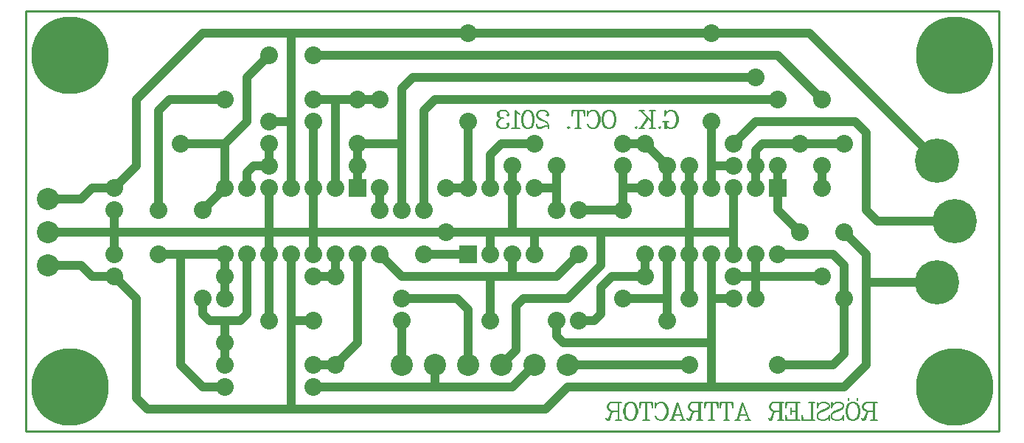
<source format=gbl>
%FSLAX23Y23*%
%MOIN*%
G70*
G01*
G75*
%ADD10C,0.080*%
%ADD11C,0.100*%
%ADD12C,0.200*%
%ADD13R,0.080X0.080*%
%ADD14C,0.350*%
%ADD15C,0.010*%
%ADD16C,0.040*%
%ADD17C,0.008*%
D10*
X11375Y8245D02*
D03*
Y8545D02*
D03*
X11175D02*
D03*
Y8245D02*
D03*
X10875Y8845D02*
D03*
Y8445D02*
D03*
X10275Y8045D02*
D03*
Y7845D02*
D03*
X10175Y7545D02*
D03*
Y8045D02*
D03*
X9775Y8845D02*
D03*
Y8445D02*
D03*
X9575Y7845D02*
D03*
Y8045D02*
D03*
X9375D02*
D03*
Y7845D02*
D03*
X9075Y8745D02*
D03*
X8875D02*
D03*
X8375Y8045D02*
D03*
Y7845D02*
D03*
X8175Y7745D02*
D03*
X11375Y8145D02*
D03*
X8175D02*
D03*
X9975Y8245D02*
D03*
X10175D02*
D03*
X9675Y8145D02*
D03*
Y7945D02*
D03*
X10775Y7645D02*
D03*
X10975D02*
D03*
Y8245D02*
D03*
X10775D02*
D03*
X8875Y7545D02*
D03*
X9075D02*
D03*
X8875Y8445D02*
D03*
X9075D02*
D03*
X10675Y8245D02*
D03*
X10475D02*
D03*
X8675Y7645D02*
D03*
Y7445D02*
D03*
X9275Y8345D02*
D03*
Y8545D02*
D03*
X9875Y7545D02*
D03*
X9475D02*
D03*
Y8045D02*
D03*
Y7645D02*
D03*
X8675Y7245D02*
D03*
X9075D02*
D03*
X11175Y7345D02*
D03*
X10775D02*
D03*
X10675Y7545D02*
D03*
X10275D02*
D03*
X10475Y8045D02*
D03*
Y7645D02*
D03*
X11075D02*
D03*
X11475D02*
D03*
X10575Y7745D02*
D03*
X10975D02*
D03*
X11375D02*
D03*
X10975Y8345D02*
D03*
X10575D02*
D03*
X11275Y7945D02*
D03*
Y8345D02*
D03*
X11475Y7945D02*
D03*
Y8345D02*
D03*
X11075Y8245D02*
D03*
Y8645D02*
D03*
X9175Y7745D02*
D03*
Y7345D02*
D03*
X8675Y7745D02*
D03*
X9075D02*
D03*
Y7345D02*
D03*
X8675D02*
D03*
X8875Y8345D02*
D03*
X8475D02*
D03*
X9275Y8245D02*
D03*
X8875D02*
D03*
X8675Y8545D02*
D03*
X9075D02*
D03*
X9375D02*
D03*
Y8145D02*
D03*
X9275Y7845D02*
D03*
X9175D02*
D03*
X9075D02*
D03*
X8975D02*
D03*
X8875D02*
D03*
X8775D02*
D03*
X8675D02*
D03*
Y8145D02*
D03*
X8775D02*
D03*
X8875D02*
D03*
X8975D02*
D03*
X9075D02*
D03*
X9175D02*
D03*
X9875Y7845D02*
D03*
X9975D02*
D03*
X10075D02*
D03*
Y8145D02*
D03*
X9975D02*
D03*
X9875D02*
D03*
X9775D02*
D03*
X11175Y7845D02*
D03*
X11075D02*
D03*
X10975D02*
D03*
X10875D02*
D03*
X10775D02*
D03*
X10675D02*
D03*
X10575D02*
D03*
Y8145D02*
D03*
X10675D02*
D03*
X10775D02*
D03*
X10875D02*
D03*
X10975D02*
D03*
X11075D02*
D03*
X8575Y7645D02*
D03*
Y8045D02*
D03*
X10475Y8345D02*
D03*
X10075D02*
D03*
X8175Y8045D02*
D03*
Y7845D02*
D03*
D11*
X10225Y7345D02*
D03*
X7875Y7945D02*
D03*
Y8095D02*
D03*
X9475Y7345D02*
D03*
X9625D02*
D03*
X9775D02*
D03*
X9925D02*
D03*
X10075D02*
D03*
X7875Y7795D02*
D03*
D12*
X11975Y7995D02*
D03*
X11895Y8270D02*
D03*
Y7720D02*
D03*
D13*
X9275Y8145D02*
D03*
X9775Y7845D02*
D03*
X11175Y8145D02*
D03*
D14*
X7975Y8745D02*
D03*
Y7245D02*
D03*
X11975D02*
D03*
Y8745D02*
D03*
D15*
X7775Y7045D02*
Y8945D01*
Y7045D02*
X12175D01*
Y8945D01*
X7775D02*
X12175D01*
D16*
X11575Y8045D02*
Y8395D01*
Y8045D02*
X11625Y7995D01*
X11975D01*
X8575Y8845D02*
X11320D01*
X10875Y8145D02*
Y8445D01*
X8975Y8145D02*
Y8845D01*
X10875Y8245D02*
X10975D01*
X8875Y8445D02*
X8975D01*
X11320Y8845D02*
X11895Y8270D01*
X9075Y8745D02*
X11175D01*
X11375Y8545D01*
X8775Y8445D02*
Y8645D01*
X8875Y8745D01*
X8275Y8545D02*
X8575Y8845D01*
X11375Y8145D02*
Y8245D01*
X9475Y8045D02*
Y8595D01*
X9275Y8345D02*
X9475D01*
X9525Y8645D02*
X11075D01*
X8675Y8345D02*
X8775Y8445D01*
X8475Y8345D02*
X8675D01*
X8575Y8045D02*
X8675Y8145D01*
Y8345D01*
X8375Y7845D02*
X8675D01*
X8475Y7345D02*
Y7845D01*
X8425Y8545D02*
X8675D01*
X9075D02*
X9375D01*
X8675Y7345D02*
Y7545D01*
X8605D02*
X8745D01*
X8575Y7575D02*
Y7645D01*
Y7575D02*
X8605Y7545D01*
X8775Y7575D02*
Y7845D01*
X8745Y7545D02*
X8775Y7575D01*
X10875Y7245D02*
Y7845D01*
X11575Y7345D02*
Y7845D01*
X10225Y7245D02*
X11475D01*
X10175Y8045D02*
Y8245D01*
X8975Y7145D02*
Y7845D01*
X8325Y7145D02*
X10125D01*
X11575Y7720D02*
X11895D01*
X10875Y7645D02*
X10975D01*
X10205Y7445D02*
X10875D01*
X10075Y8145D02*
X10175D01*
X8975Y7545D02*
X9075D01*
X10975Y7845D02*
Y8145D01*
X10775Y7645D02*
Y8245D01*
X9975Y7945D02*
Y8245D01*
X7875Y7945D02*
X10975D01*
X9075Y7845D02*
Y8445D01*
X8875Y7545D02*
Y8145D01*
X8175Y7845D02*
Y8045D01*
X10075Y7845D02*
Y7945D01*
X10375Y7795D02*
Y7945D01*
X9875Y7845D02*
Y7945D01*
X8675Y7645D02*
Y7845D01*
X9275Y7445D02*
Y7845D01*
X9175Y7345D02*
X9275Y7445D01*
X9075Y7345D02*
X9175D01*
Y7745D02*
Y7845D01*
X9075Y7745D02*
X9175D01*
X10675Y8145D02*
Y8245D01*
X11175Y8045D02*
X11275Y7945D01*
X10575Y7745D02*
Y7845D01*
X9775Y8145D02*
Y8445D01*
X10975Y8345D02*
X11075Y8445D01*
Y8315D02*
X11105Y8345D01*
X11475D01*
X11075Y8145D02*
Y8315D01*
X10475Y8345D02*
X10575D01*
X10675Y8245D01*
X9925Y8345D02*
X10075D01*
X9875Y8295D02*
X9925Y8345D01*
X9875Y8145D02*
Y8295D01*
X11075Y8445D02*
X11525D01*
X11575Y8395D01*
X9575Y8495D02*
X9625Y8545D01*
X9575Y8045D02*
Y8495D01*
X9625Y8545D02*
X11175D01*
X9675Y8145D02*
X9775D01*
X9575Y7845D02*
X9775D01*
X11175Y8045D02*
Y8245D01*
X9475Y8595D02*
X9525Y8645D01*
X9375Y7845D02*
X9475Y7745D01*
X8775Y8145D02*
Y8215D01*
X8805Y8245D02*
X8875D01*
X8775Y8215D02*
X8805Y8245D01*
X8875D02*
Y8345D01*
X9175Y8145D02*
Y8545D01*
X8375Y8495D02*
X8425Y8545D01*
X8375Y8045D02*
Y8495D01*
X7875Y8095D02*
X8025D01*
X8075Y8145D01*
X8175D01*
X8275Y8245D01*
Y8545D01*
X7875Y7795D02*
X8025D01*
X8075Y7745D01*
X8175D01*
X8275Y7645D01*
X8475Y7345D02*
X8575Y7245D01*
X8275Y7195D02*
X8325Y7145D01*
X8275Y7195D02*
Y7645D01*
X9975Y7245D02*
X10075Y7345D01*
X8575Y7245D02*
X8675D01*
X10475Y8145D02*
X10575D01*
X10475Y8045D02*
Y8245D01*
X10275Y8045D02*
X10475D01*
Y7645D02*
X10675D01*
Y7545D02*
Y7845D01*
X9475Y7345D02*
Y7545D01*
X9775Y7345D02*
Y7595D01*
X9725Y7645D02*
X9775Y7595D01*
X9475Y7645D02*
X9725D01*
X10225Y7345D02*
X10775D01*
X9625Y7245D02*
Y7345D01*
X9075Y7245D02*
X9975D01*
X9275Y8145D02*
Y8345D01*
X9375Y8045D02*
Y8145D01*
X11475Y7945D02*
X11575Y7845D01*
X11425D02*
X11475Y7795D01*
Y7395D02*
Y7795D01*
X11425Y7345D02*
X11475Y7395D01*
X11175Y7345D02*
X11425D01*
X11175Y7845D02*
X11425D01*
X10975Y7745D02*
X11375D01*
X11075Y7645D02*
Y7845D01*
X10175Y7745D02*
X10275Y7845D01*
X9875Y7545D02*
Y7745D01*
X9975D02*
Y7845D01*
X9475Y7745D02*
X10175D01*
Y7475D02*
X10205Y7445D01*
X10175Y7475D02*
Y7545D01*
X10375Y7695D02*
X10425Y7745D01*
X10345Y7545D02*
X10375Y7575D01*
X10275Y7545D02*
X10345D01*
X10425Y7745D02*
X10575D01*
X10375Y7575D02*
Y7695D01*
X10225Y7645D02*
X10375Y7795D01*
X9925Y7345D02*
X9992Y7412D01*
Y7612D02*
X10025Y7645D01*
X9992Y7412D02*
Y7612D01*
X10025Y7645D02*
X10225D01*
X10125Y7145D02*
X10225Y7245D01*
X11475D02*
X11575Y7345D01*
D17*
X11495Y7185D02*
Y7195D01*
X11535Y7185D02*
Y7195D01*
X11614Y7175D02*
Y7095D01*
X11610Y7175D02*
Y7095D01*
X11625Y7175D02*
X11579D01*
X11568Y7171D01*
X11564Y7167D01*
X11560Y7160D01*
Y7152D01*
X11564Y7145D01*
X11568Y7141D01*
X11579Y7137D01*
X11610D01*
X11579Y7175D02*
X11572Y7171D01*
X11568Y7167D01*
X11564Y7160D01*
Y7152D01*
X11568Y7145D01*
X11572Y7141D01*
X11579Y7137D01*
X11625Y7095D02*
X11598D01*
X11591Y7137D02*
X11583Y7133D01*
X11579Y7129D01*
X11568Y7103D01*
X11564Y7099D01*
X11560D01*
X11556Y7103D01*
X11583Y7133D02*
X11579Y7125D01*
X11572Y7099D01*
X11568Y7095D01*
X11560D01*
X11556Y7103D01*
Y7106D01*
X11520Y7175D02*
X11531Y7171D01*
X11539Y7164D01*
X11542Y7156D01*
X11546Y7141D01*
Y7129D01*
X11542Y7114D01*
X11539Y7106D01*
X11531Y7099D01*
X11520Y7095D01*
X11512D01*
X11500Y7099D01*
X11493Y7106D01*
X11489Y7114D01*
X11485Y7129D01*
Y7141D01*
X11489Y7156D01*
X11493Y7164D01*
X11500Y7171D01*
X11512Y7175D01*
X11520D01*
X11527Y7171D01*
X11535Y7164D01*
X11539Y7156D01*
X11542Y7141D01*
Y7129D01*
X11539Y7114D01*
X11535Y7106D01*
X11527Y7099D01*
X11520Y7095D01*
X11512D02*
X11504Y7099D01*
X11497Y7106D01*
X11493Y7114D01*
X11489Y7129D01*
Y7141D01*
X11493Y7156D01*
X11497Y7164D01*
X11504Y7171D01*
X11512Y7175D01*
X11425Y7164D02*
X11421Y7175D01*
Y7152D01*
X11425Y7164D01*
X11432Y7171D01*
X11444Y7175D01*
X11455D01*
X11467Y7171D01*
X11474Y7164D01*
Y7156D01*
X11470Y7148D01*
X11467Y7145D01*
X11459Y7141D01*
X11436Y7133D01*
X11428Y7129D01*
X11421Y7122D01*
X11474Y7156D02*
X11467Y7148D01*
X11459Y7145D01*
X11436Y7137D01*
X11428Y7133D01*
X11425Y7129D01*
X11421Y7122D01*
Y7106D01*
X11428Y7099D01*
X11440Y7095D01*
X11451D01*
X11463Y7099D01*
X11470Y7106D01*
X11474Y7118D01*
Y7095D01*
X11470Y7106D01*
X11360Y7164D02*
X11356Y7175D01*
Y7152D01*
X11360Y7164D01*
X11367Y7171D01*
X11379Y7175D01*
X11390D01*
X11401Y7171D01*
X11409Y7164D01*
Y7156D01*
X11405Y7148D01*
X11401Y7145D01*
X11394Y7141D01*
X11371Y7133D01*
X11363Y7129D01*
X11356Y7122D01*
X11409Y7156D02*
X11401Y7148D01*
X11394Y7145D01*
X11371Y7137D01*
X11363Y7133D01*
X11360Y7129D01*
X11356Y7122D01*
Y7106D01*
X11363Y7099D01*
X11375Y7095D01*
X11386D01*
X11398Y7099D01*
X11405Y7106D01*
X11409Y7118D01*
Y7095D01*
X11405Y7106D01*
X11333Y7175D02*
Y7095D01*
X11329Y7175D02*
Y7095D01*
X11344Y7175D02*
X11317D01*
X11344Y7095D02*
X11287D01*
Y7118D01*
X11291Y7095D01*
X11264Y7175D02*
Y7095D01*
X11260Y7175D02*
Y7095D01*
X11237Y7152D02*
Y7122D01*
X11275Y7175D02*
X11214D01*
Y7152D01*
X11218Y7175D01*
X11260Y7137D02*
X11237D01*
X11275Y7095D02*
X11214D01*
Y7118D01*
X11218Y7095D01*
X11192Y7175D02*
Y7095D01*
X11188Y7175D02*
Y7095D01*
X11203Y7175D02*
X11158D01*
X11146Y7171D01*
X11142Y7167D01*
X11139Y7160D01*
Y7152D01*
X11142Y7145D01*
X11146Y7141D01*
X11158Y7137D01*
X11188D01*
X11158Y7175D02*
X11150Y7171D01*
X11146Y7167D01*
X11142Y7160D01*
Y7152D01*
X11146Y7145D01*
X11150Y7141D01*
X11158Y7137D01*
X11203Y7095D02*
X11177D01*
X11169Y7137D02*
X11161Y7133D01*
X11158Y7129D01*
X11146Y7103D01*
X11142Y7099D01*
X11139D01*
X11135Y7103D01*
X11161Y7133D02*
X11158Y7125D01*
X11150Y7099D01*
X11146Y7095D01*
X11139D01*
X11135Y7103D01*
Y7106D01*
X11018Y7175D02*
X11045Y7095D01*
X11018Y7175D02*
X10992Y7095D01*
X11018Y7164D02*
X10995Y7095D01*
X11037Y7118D02*
X11003D01*
X11053Y7095D02*
X11030D01*
X11007D02*
X10984D01*
X10947Y7175D02*
Y7095D01*
X10943Y7175D02*
Y7095D01*
X10970Y7175D02*
X10974Y7152D01*
Y7175D01*
X10917D01*
Y7152D01*
X10920Y7175D01*
X10958Y7095D02*
X10932D01*
X10879Y7175D02*
Y7095D01*
X10875Y7175D02*
Y7095D01*
X10901Y7175D02*
X10905Y7152D01*
Y7175D01*
X10848D01*
Y7152D01*
X10852Y7175D01*
X10890Y7095D02*
X10863D01*
X10825Y7175D02*
Y7095D01*
X10821Y7175D02*
Y7095D01*
X10837Y7175D02*
X10791D01*
X10779Y7171D01*
X10776Y7167D01*
X10772Y7160D01*
Y7152D01*
X10776Y7145D01*
X10779Y7141D01*
X10791Y7137D01*
X10821D01*
X10791Y7175D02*
X10783Y7171D01*
X10779Y7167D01*
X10776Y7160D01*
Y7152D01*
X10779Y7145D01*
X10783Y7141D01*
X10791Y7137D01*
X10837Y7095D02*
X10810D01*
X10802Y7137D02*
X10795Y7133D01*
X10791Y7129D01*
X10779Y7103D01*
X10776Y7099D01*
X10772D01*
X10768Y7103D01*
X10795Y7133D02*
X10791Y7125D01*
X10783Y7099D01*
X10779Y7095D01*
X10772D01*
X10768Y7103D01*
Y7106D01*
X10723Y7175D02*
X10750Y7095D01*
X10723Y7175D02*
X10697Y7095D01*
X10723Y7164D02*
X10701Y7095D01*
X10743Y7118D02*
X10708D01*
X10758Y7095D02*
X10735D01*
X10712D02*
X10689D01*
X10626Y7164D02*
X10622Y7152D01*
Y7175D01*
X10626Y7164D01*
X10633Y7171D01*
X10645Y7175D01*
X10652D01*
X10664Y7171D01*
X10671Y7164D01*
X10675Y7156D01*
X10679Y7145D01*
Y7125D01*
X10675Y7114D01*
X10671Y7106D01*
X10664Y7099D01*
X10652Y7095D01*
X10645D01*
X10633Y7099D01*
X10626Y7106D01*
X10622Y7114D01*
X10652Y7175D02*
X10660Y7171D01*
X10667Y7164D01*
X10671Y7156D01*
X10675Y7145D01*
Y7125D01*
X10671Y7114D01*
X10667Y7106D01*
X10660Y7099D01*
X10652Y7095D01*
X10584Y7175D02*
Y7095D01*
X10580Y7175D02*
Y7095D01*
X10607Y7175D02*
X10610Y7152D01*
Y7175D01*
X10553D01*
Y7152D01*
X10557Y7175D01*
X10595Y7095D02*
X10568D01*
X10515Y7175D02*
X10527Y7171D01*
X10534Y7164D01*
X10538Y7156D01*
X10542Y7141D01*
Y7129D01*
X10538Y7114D01*
X10534Y7106D01*
X10527Y7099D01*
X10515Y7095D01*
X10508D01*
X10496Y7099D01*
X10488Y7106D01*
X10485Y7114D01*
X10481Y7129D01*
Y7141D01*
X10485Y7156D01*
X10488Y7164D01*
X10496Y7171D01*
X10508Y7175D01*
X10515D01*
X10523Y7171D01*
X10530Y7164D01*
X10534Y7156D01*
X10538Y7141D01*
Y7129D01*
X10534Y7114D01*
X10530Y7106D01*
X10523Y7099D01*
X10515Y7095D01*
X10508D02*
X10500Y7099D01*
X10492Y7106D01*
X10488Y7114D01*
X10485Y7129D01*
Y7141D01*
X10488Y7156D01*
X10492Y7164D01*
X10500Y7171D01*
X10508Y7175D01*
X10458D02*
Y7095D01*
X10455Y7175D02*
Y7095D01*
X10470Y7175D02*
X10424D01*
X10413Y7171D01*
X10409Y7167D01*
X10405Y7160D01*
Y7152D01*
X10409Y7145D01*
X10413Y7141D01*
X10424Y7137D01*
X10455D01*
X10424Y7175D02*
X10417Y7171D01*
X10413Y7167D01*
X10409Y7160D01*
Y7152D01*
X10413Y7145D01*
X10417Y7141D01*
X10424Y7137D01*
X10470Y7095D02*
X10443D01*
X10436Y7137D02*
X10428Y7133D01*
X10424Y7129D01*
X10413Y7103D01*
X10409Y7099D01*
X10405D01*
X10401Y7103D01*
X10428Y7133D02*
X10424Y7125D01*
X10417Y7099D01*
X10413Y7095D01*
X10405D01*
X10401Y7103D01*
Y7106D01*
X10672Y8484D02*
X10668Y8472D01*
Y8495D01*
X10672Y8484D01*
X10679Y8491D01*
X10691Y8495D01*
X10698D01*
X10710Y8491D01*
X10717Y8484D01*
X10721Y8476D01*
X10725Y8465D01*
Y8445D01*
X10721Y8434D01*
X10717Y8426D01*
X10710Y8419D01*
X10698Y8415D01*
X10691D01*
X10679Y8419D01*
X10672Y8426D01*
X10698Y8495D02*
X10706Y8491D01*
X10714Y8484D01*
X10717Y8476D01*
X10721Y8465D01*
Y8445D01*
X10717Y8434D01*
X10714Y8426D01*
X10706Y8419D01*
X10698Y8415D01*
X10672Y8445D02*
Y8415D01*
X10668Y8445D02*
Y8415D01*
X10683Y8445D02*
X10656D01*
X10642Y8423D02*
X10646Y8419D01*
X10642Y8415D01*
X10639Y8419D01*
X10642Y8423D01*
X10611Y8495D02*
Y8415D01*
X10607Y8495D02*
Y8415D01*
X10557Y8495D02*
X10607Y8445D01*
X10588Y8461D02*
X10557Y8415D01*
X10592Y8461D02*
X10561Y8415D01*
X10622Y8495D02*
X10596D01*
X10573D02*
X10550D01*
X10622Y8415D02*
X10596D01*
X10573D02*
X10550D01*
X10536Y8423D02*
X10540Y8419D01*
X10536Y8415D01*
X10532Y8419D01*
X10536Y8423D01*
X10417Y8495D02*
X10429Y8491D01*
X10436Y8484D01*
X10440Y8476D01*
X10444Y8461D01*
Y8449D01*
X10440Y8434D01*
X10436Y8426D01*
X10429Y8419D01*
X10417Y8415D01*
X10410D01*
X10398Y8419D01*
X10391Y8426D01*
X10387Y8434D01*
X10383Y8449D01*
Y8461D01*
X10387Y8476D01*
X10391Y8484D01*
X10398Y8491D01*
X10410Y8495D01*
X10417D01*
X10425Y8491D01*
X10433Y8484D01*
X10436Y8476D01*
X10440Y8461D01*
Y8449D01*
X10436Y8434D01*
X10433Y8426D01*
X10425Y8419D01*
X10417Y8415D01*
X10410D02*
X10402Y8419D01*
X10394Y8426D01*
X10391Y8434D01*
X10387Y8449D01*
Y8461D01*
X10391Y8476D01*
X10394Y8484D01*
X10402Y8491D01*
X10410Y8495D01*
X10319Y8484D02*
X10315Y8472D01*
Y8495D01*
X10319Y8484D01*
X10326Y8491D01*
X10338Y8495D01*
X10345D01*
X10357Y8491D01*
X10364Y8484D01*
X10368Y8476D01*
X10372Y8465D01*
Y8445D01*
X10368Y8434D01*
X10364Y8426D01*
X10357Y8419D01*
X10345Y8415D01*
X10338D01*
X10326Y8419D01*
X10319Y8426D01*
X10315Y8434D01*
X10345Y8495D02*
X10353Y8491D01*
X10361Y8484D01*
X10364Y8476D01*
X10368Y8465D01*
Y8445D01*
X10364Y8434D01*
X10361Y8426D01*
X10353Y8419D01*
X10345Y8415D01*
X10277Y8495D02*
Y8415D01*
X10273Y8495D02*
Y8415D01*
X10300Y8495D02*
X10303Y8472D01*
Y8495D01*
X10246D01*
Y8472D01*
X10250Y8495D01*
X10288Y8415D02*
X10261D01*
X10231Y8423D02*
X10235Y8419D01*
X10231Y8415D01*
X10227Y8419D01*
X10231Y8423D01*
X10135Y8480D02*
X10131Y8476D01*
X10135Y8472D01*
X10139Y8476D01*
Y8480D01*
X10135Y8487D01*
X10131Y8491D01*
X10120Y8495D01*
X10105D01*
X10093Y8491D01*
X10089Y8487D01*
X10086Y8480D01*
Y8472D01*
X10089Y8465D01*
X10101Y8457D01*
X10120Y8449D01*
X10127Y8445D01*
X10135Y8438D01*
X10139Y8426D01*
Y8415D01*
X10105Y8495D02*
X10097Y8491D01*
X10093Y8487D01*
X10089Y8480D01*
Y8472D01*
X10093Y8465D01*
X10105Y8457D01*
X10120Y8449D01*
X10139Y8423D02*
X10135Y8426D01*
X10127D01*
X10108Y8419D01*
X10097D01*
X10089Y8423D01*
X10086Y8426D01*
Y8434D01*
X10127Y8426D02*
X10108Y8415D01*
X10093D01*
X10089Y8419D01*
X10086Y8426D01*
X10051Y8495D02*
X10062Y8491D01*
X10070Y8480D01*
X10074Y8461D01*
Y8449D01*
X10070Y8430D01*
X10062Y8419D01*
X10051Y8415D01*
X10043D01*
X10032Y8419D01*
X10024Y8430D01*
X10020Y8449D01*
Y8461D01*
X10024Y8480D01*
X10032Y8491D01*
X10043Y8495D01*
X10051D01*
X10058Y8491D01*
X10062Y8487D01*
X10066Y8480D01*
X10070Y8461D01*
Y8449D01*
X10066Y8430D01*
X10062Y8423D01*
X10058Y8419D01*
X10051Y8415D01*
X10043D02*
X10036Y8419D01*
X10032Y8423D01*
X10028Y8430D01*
X10024Y8449D01*
Y8461D01*
X10028Y8480D01*
X10032Y8487D01*
X10036Y8491D01*
X10043Y8495D01*
X10009Y8480D02*
X10001Y8484D01*
X9990Y8495D01*
Y8415D01*
X9993Y8491D02*
Y8415D01*
X10009D02*
X9974D01*
X9957Y8480D02*
X9953Y8476D01*
X9957Y8472D01*
X9961Y8476D01*
Y8480D01*
X9957Y8487D01*
X9953Y8491D01*
X9942Y8495D01*
X9926D01*
X9915Y8491D01*
X9911Y8484D01*
Y8472D01*
X9915Y8465D01*
X9926Y8461D01*
X9938D01*
X9926Y8495D02*
X9919Y8491D01*
X9915Y8484D01*
Y8472D01*
X9919Y8465D01*
X9926Y8461D01*
X9919Y8457D01*
X9911Y8449D01*
X9907Y8442D01*
Y8430D01*
X9911Y8423D01*
X9915Y8419D01*
X9926Y8415D01*
X9942D01*
X9953Y8419D01*
X9957Y8423D01*
X9961Y8430D01*
Y8434D01*
X9957Y8438D01*
X9953Y8434D01*
X9957Y8430D01*
X9915Y8453D02*
X9911Y8442D01*
Y8430D01*
X9915Y8423D01*
X9919Y8419D01*
X9926Y8415D01*
M02*

</source>
